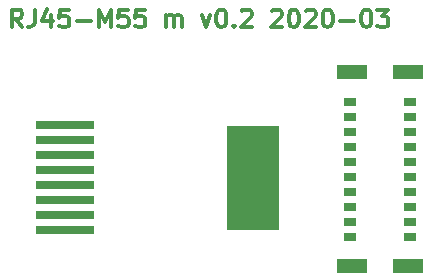
<source format=gbr>
G04 #@! TF.GenerationSoftware,KiCad,Pcbnew,5.1.5*
G04 #@! TF.CreationDate,2020-03-20T00:43:26-04:00*
G04 #@! TF.ProjectId,M55-RJ45,4d35352d-524a-4343-952e-6b696361645f,rev?*
G04 #@! TF.SameCoordinates,Original*
G04 #@! TF.FileFunction,Paste,Top*
G04 #@! TF.FilePolarity,Positive*
%FSLAX46Y46*%
G04 Gerber Fmt 4.6, Leading zero omitted, Abs format (unit mm)*
G04 Created by KiCad (PCBNEW 5.1.5) date 2020-03-20 00:43:26*
%MOMM*%
%LPD*%
G04 APERTURE LIST*
%ADD10C,0.300000*%
%ADD11R,5.000000X0.760000*%
%ADD12R,4.500000X8.800000*%
%ADD13R,1.100000X0.800000*%
%ADD14R,2.500000X1.200000*%
G04 APERTURE END LIST*
D10*
X39574285Y-116248571D02*
X39074285Y-115534285D01*
X38717142Y-116248571D02*
X38717142Y-114748571D01*
X39288571Y-114748571D01*
X39431428Y-114820000D01*
X39502857Y-114891428D01*
X39574285Y-115034285D01*
X39574285Y-115248571D01*
X39502857Y-115391428D01*
X39431428Y-115462857D01*
X39288571Y-115534285D01*
X38717142Y-115534285D01*
X40645714Y-114748571D02*
X40645714Y-115820000D01*
X40574285Y-116034285D01*
X40431428Y-116177142D01*
X40217142Y-116248571D01*
X40074285Y-116248571D01*
X42002857Y-115248571D02*
X42002857Y-116248571D01*
X41645714Y-114677142D02*
X41288571Y-115748571D01*
X42217142Y-115748571D01*
X43502857Y-114748571D02*
X42788571Y-114748571D01*
X42717142Y-115462857D01*
X42788571Y-115391428D01*
X42931428Y-115320000D01*
X43288571Y-115320000D01*
X43431428Y-115391428D01*
X43502857Y-115462857D01*
X43574285Y-115605714D01*
X43574285Y-115962857D01*
X43502857Y-116105714D01*
X43431428Y-116177142D01*
X43288571Y-116248571D01*
X42931428Y-116248571D01*
X42788571Y-116177142D01*
X42717142Y-116105714D01*
X44217142Y-115677142D02*
X45360000Y-115677142D01*
X46074285Y-116248571D02*
X46074285Y-114748571D01*
X46574285Y-115820000D01*
X47074285Y-114748571D01*
X47074285Y-116248571D01*
X48502857Y-114748571D02*
X47788571Y-114748571D01*
X47717142Y-115462857D01*
X47788571Y-115391428D01*
X47931428Y-115320000D01*
X48288571Y-115320000D01*
X48431428Y-115391428D01*
X48502857Y-115462857D01*
X48574285Y-115605714D01*
X48574285Y-115962857D01*
X48502857Y-116105714D01*
X48431428Y-116177142D01*
X48288571Y-116248571D01*
X47931428Y-116248571D01*
X47788571Y-116177142D01*
X47717142Y-116105714D01*
X49931428Y-114748571D02*
X49217142Y-114748571D01*
X49145714Y-115462857D01*
X49217142Y-115391428D01*
X49360000Y-115320000D01*
X49717142Y-115320000D01*
X49860000Y-115391428D01*
X49931428Y-115462857D01*
X50002857Y-115605714D01*
X50002857Y-115962857D01*
X49931428Y-116105714D01*
X49860000Y-116177142D01*
X49717142Y-116248571D01*
X49360000Y-116248571D01*
X49217142Y-116177142D01*
X49145714Y-116105714D01*
X51788571Y-116248571D02*
X51788571Y-115248571D01*
X51788571Y-115391428D02*
X51860000Y-115320000D01*
X52002857Y-115248571D01*
X52217142Y-115248571D01*
X52360000Y-115320000D01*
X52431428Y-115462857D01*
X52431428Y-116248571D01*
X52431428Y-115462857D02*
X52502857Y-115320000D01*
X52645714Y-115248571D01*
X52860000Y-115248571D01*
X53002857Y-115320000D01*
X53074285Y-115462857D01*
X53074285Y-116248571D01*
X54788571Y-115248571D02*
X55145714Y-116248571D01*
X55502857Y-115248571D01*
X56360000Y-114748571D02*
X56502857Y-114748571D01*
X56645714Y-114820000D01*
X56717142Y-114891428D01*
X56788571Y-115034285D01*
X56860000Y-115320000D01*
X56860000Y-115677142D01*
X56788571Y-115962857D01*
X56717142Y-116105714D01*
X56645714Y-116177142D01*
X56502857Y-116248571D01*
X56360000Y-116248571D01*
X56217142Y-116177142D01*
X56145714Y-116105714D01*
X56074285Y-115962857D01*
X56002857Y-115677142D01*
X56002857Y-115320000D01*
X56074285Y-115034285D01*
X56145714Y-114891428D01*
X56217142Y-114820000D01*
X56360000Y-114748571D01*
X57502857Y-116105714D02*
X57574285Y-116177142D01*
X57502857Y-116248571D01*
X57431428Y-116177142D01*
X57502857Y-116105714D01*
X57502857Y-116248571D01*
X58145714Y-114891428D02*
X58217142Y-114820000D01*
X58360000Y-114748571D01*
X58717142Y-114748571D01*
X58860000Y-114820000D01*
X58931428Y-114891428D01*
X59002857Y-115034285D01*
X59002857Y-115177142D01*
X58931428Y-115391428D01*
X58074285Y-116248571D01*
X59002857Y-116248571D01*
X60717142Y-114891428D02*
X60788571Y-114820000D01*
X60931428Y-114748571D01*
X61288571Y-114748571D01*
X61431428Y-114820000D01*
X61502857Y-114891428D01*
X61574285Y-115034285D01*
X61574285Y-115177142D01*
X61502857Y-115391428D01*
X60645714Y-116248571D01*
X61574285Y-116248571D01*
X62502857Y-114748571D02*
X62645714Y-114748571D01*
X62788571Y-114820000D01*
X62860000Y-114891428D01*
X62931428Y-115034285D01*
X63002857Y-115320000D01*
X63002857Y-115677142D01*
X62931428Y-115962857D01*
X62860000Y-116105714D01*
X62788571Y-116177142D01*
X62645714Y-116248571D01*
X62502857Y-116248571D01*
X62360000Y-116177142D01*
X62288571Y-116105714D01*
X62217142Y-115962857D01*
X62145714Y-115677142D01*
X62145714Y-115320000D01*
X62217142Y-115034285D01*
X62288571Y-114891428D01*
X62360000Y-114820000D01*
X62502857Y-114748571D01*
X63574285Y-114891428D02*
X63645714Y-114820000D01*
X63788571Y-114748571D01*
X64145714Y-114748571D01*
X64288571Y-114820000D01*
X64360000Y-114891428D01*
X64431428Y-115034285D01*
X64431428Y-115177142D01*
X64360000Y-115391428D01*
X63502857Y-116248571D01*
X64431428Y-116248571D01*
X65360000Y-114748571D02*
X65502857Y-114748571D01*
X65645714Y-114820000D01*
X65717142Y-114891428D01*
X65788571Y-115034285D01*
X65860000Y-115320000D01*
X65860000Y-115677142D01*
X65788571Y-115962857D01*
X65717142Y-116105714D01*
X65645714Y-116177142D01*
X65502857Y-116248571D01*
X65360000Y-116248571D01*
X65217142Y-116177142D01*
X65145714Y-116105714D01*
X65074285Y-115962857D01*
X65002857Y-115677142D01*
X65002857Y-115320000D01*
X65074285Y-115034285D01*
X65145714Y-114891428D01*
X65217142Y-114820000D01*
X65360000Y-114748571D01*
X66502857Y-115677142D02*
X67645714Y-115677142D01*
X68645714Y-114748571D02*
X68788571Y-114748571D01*
X68931428Y-114820000D01*
X69002857Y-114891428D01*
X69074285Y-115034285D01*
X69145714Y-115320000D01*
X69145714Y-115677142D01*
X69074285Y-115962857D01*
X69002857Y-116105714D01*
X68931428Y-116177142D01*
X68788571Y-116248571D01*
X68645714Y-116248571D01*
X68502857Y-116177142D01*
X68431428Y-116105714D01*
X68360000Y-115962857D01*
X68288571Y-115677142D01*
X68288571Y-115320000D01*
X68360000Y-115034285D01*
X68431428Y-114891428D01*
X68502857Y-114820000D01*
X68645714Y-114748571D01*
X69645714Y-114748571D02*
X70574285Y-114748571D01*
X70074285Y-115320000D01*
X70288571Y-115320000D01*
X70431428Y-115391428D01*
X70502857Y-115462857D01*
X70574285Y-115605714D01*
X70574285Y-115962857D01*
X70502857Y-116105714D01*
X70431428Y-116177142D01*
X70288571Y-116248571D01*
X69860000Y-116248571D01*
X69717142Y-116177142D01*
X69645714Y-116105714D01*
D11*
X43160000Y-124555000D03*
X43160000Y-125825000D03*
X43160000Y-127095000D03*
X43160000Y-128365000D03*
X43160000Y-129635000D03*
X43160000Y-130905000D03*
X43160000Y-132175000D03*
X43160000Y-133445000D03*
D12*
X59090000Y-129000000D03*
D13*
X67310000Y-133985000D03*
X72390000Y-133985000D03*
X67310000Y-132715000D03*
X72390000Y-132715000D03*
X67310000Y-131445000D03*
X72390000Y-131445000D03*
X67310000Y-130175000D03*
X72390000Y-130175000D03*
X67310000Y-128905000D03*
X72390000Y-128905000D03*
X67310000Y-127635000D03*
X72390000Y-127635000D03*
X67310000Y-126365000D03*
X72390000Y-126365000D03*
X67310000Y-125095000D03*
X72390000Y-125095000D03*
X67310000Y-123825000D03*
X72390000Y-123825000D03*
X67310000Y-122555000D03*
X72390000Y-122555000D03*
D14*
X67475000Y-120060000D03*
X72225000Y-120060000D03*
X67475000Y-136480000D03*
X72225000Y-136480000D03*
M02*

</source>
